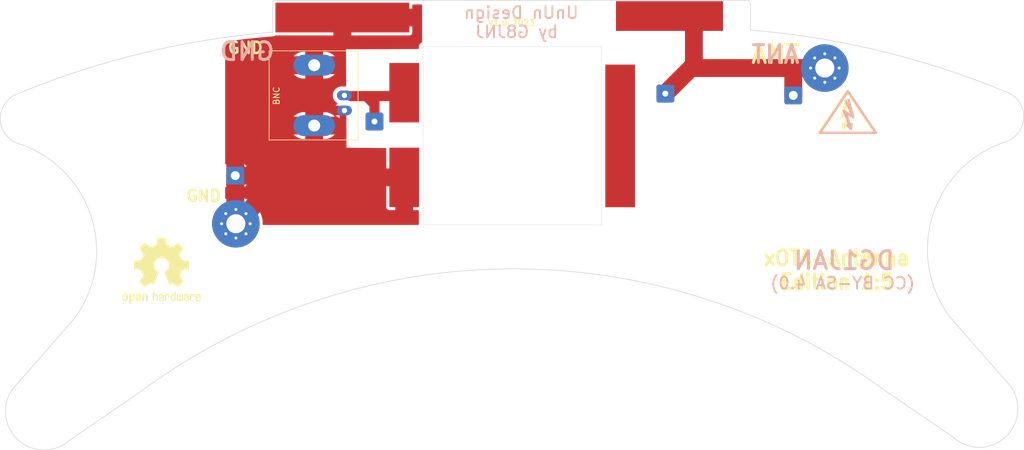
<source format=kicad_pcb>
(kicad_pcb (version 20211014) (generator pcbnew)
  (layers (0 "F.Cu" signal) (31 "B.Cu" signal) (34 "B.Paste" user) (35 "F.Paste" user) (36 "B.SilkS" user "B.Silkscreen") (37 "F.SilkS" user "F.Silkscreen") (38 "B.Mask" user) (39 "F.Mask" user) (44 "Edge.Cuts" user))
  (net 0 "")
  (net 1 "gnd")
  (footprint "MountingHole:MountingHole_4.5mm" (layer "F.Cu") (at 57.4 88.3)
    (fp_text reference "H5" hide)
    (fp_text value "MountingHole" hide)
    (pad "" np_thru_hole circle (at 0 0) (size 6 6) (drill 6) (layers F&B.Cu *.Mask))
  )
  (footprint "MountingHole:MountingHole_2.7mm" (layer "F.Cu") (at 185.9 109.3)
    (fp_text reference "REF**" hide)
    (fp_text value "MountingHole_2.7mm" hide)
    (pad "" np_thru_hole circle (at 0 0) (size 2.7 2.7) (drill 2.7) (layers *.Cu *.Mask))
  )
  (footprint "Symbol:Symbol_HighVoltage_Type2_CopperTop_VerySmall" (layer "F.Cu") (at 174.9 94.2)
    (fp_text reference "REF**" hide)
    (fp_text value "Symbol_HighVoltage_Type2_CopperTop_VerySmall" hide)
    (fp_line (start -0.89916 0.20066) (end 0.40132 -2.60096) (layer "F.SilkS") (width 0.381))
    (fp_line (start -0.89916 0.20066) (end 0.29972 -0.59944) (layer "F.SilkS") (width 0.381))
    (fp_line (start -4.699 2.794) (end 0 -4.191) (layer "F.SilkS") (width 0.381))
    (fp_line (start -0.49784 2.19964) (end 0.70104 -0.89916) (layer "F.SilkS") (width 0.381))
    (fp_line (start -0.49784 2.19964) (end -0.59944 1.30048) (layer "F.SilkS") (width 0.381))
    (fp_line (start 4.699 2.794) (end -4.699 2.794) (layer "F.SilkS") (width 0.381))
    (fp_line (start -0.09906 -2.79908) (end -0.89916 0.20066) (layer "F.SilkS") (width 0.381))
    (fp_line (start 0.70104 -0.89916) (end 0.1016 -0.50038) (layer "F.SilkS") (width 0.381))
    (fp_line (start 0.29972 -0.59944) (end -0.49784 2.19964) (layer "F.SilkS") (width 0.381))
    (fp_line (start 0 -4.191) (end 4.699 2.794) (layer "F.SilkS") (width 0.381))
    (fp_line (start -0.49784 2.19964) (end 0.1016 1.50114) (layer "F.SilkS") (width 0.381))
  )
  (footprint "MountingHole:MountingHole_2.7mm" (layer "F.Cu") (at 59.8 106.3)
    (fp_text reference "REF**" hide)
    (fp_text value "MountingHole_2.7mm" hide)
    (pad "" np_thru_hole circle (at 0 0) (size 2.7 2.7) (drill 2.7) (layers *.Cu *.Mask))
  )
  (footprint "MountingHole:MountingHole_4.5mm" (layer "F.Cu") (at 38.9 94.5)
    (fp_text reference "H5" hide)
    (fp_text value "MountingHole" hide)
    (pad "" np_thru_hole circle (at 0 0) (size 6 6) (drill 6) (layers F&B.Cu *.Mask))
  )
  (footprint "Connector_Wire:SolderWirePad_1x01_SMD_5x10mm" (layer "F.Cu") (at 136.802 97.523 180)
    (fp_text reference "REF**" hide)
    (fp_text value "SolderWirePad_1x01_SMD_5x10mm" hide)
    (pad "1" smd rect (at 0 0 180) (size 5 24) (layers "F.Cu" "F.Mask"))
  )
  (footprint "MountingHole:MountingHole_4.5mm" (layer "F.Cu") (at 180.3 88.1)
    (fp_text reference "H5" hide)
    (fp_text value "MountingHole" hide)
    (pad "" np_thru_hole circle (at 0 0) (size 6 6) (drill 6) (layers F&B.Cu *.Mask))
  )
  (footprint "Connector_Coaxial:BNC_Amphenol_B6252HB-NPP3G-50_Horizontal" (layer "F.Cu") (at 90.45 90.7 90)
    (fp_text reference "REF**" hide)
    (fp_text value "BNC_Amphenol_B6252HB-NPP3G-50_Horizontal" hide)
    (fp_line (start -7.5 2.3) (end -7.5 -12.7) (layer "F.SilkS") (width 0.12))
    (fp_line (start 7.5 -12.7) (end 7.5 2.3) (layer "F.SilkS") (width 0.12))
    (fp_line (start 7.5 2.3) (end -7.5 2.3) (layer "F.SilkS") (width 0.12))
    (pad "1" thru_hole oval (at 0 0 90) (size 1.6 2.5) (drill 0.89) (layers *.Cu *.Mask))
    (pad "2" thru_hole oval (at -2.54 0 90) (size 1.6 2.5) (drill 0.89) (layers *.Cu *.Mask) (net 1 "gnd"))
    (pad "2" thru_hole oval (at -5.08 -5.08 90) (size 3.5 7) (drill 2.01) (layers *.Cu *.Mask) (net 1 "gnd"))
    (pad "2" thru_hole oval (at 5.08 -5.08 90) (size 3.5 7) (drill 2.01) (layers *.Cu *.Mask) (net 1 "gnd"))
  )
  (footprint "MountingHole:MountingHole_4.5mm" (layer "F.Cu") (at 189.7 90.9)
    (fp_text reference "H5" hide)
    (fp_text value "MountingHole" hide)
    (pad "" np_thru_hole circle (at 0 0) (size 6 6) (drill 6) (layers F&B.Cu *.Mask))
  )
  (footprint "" (layer "F.Cu") (at 72.1 104.2)
    (fp_text reference "" (at 0 0) (layer "F.SilkS") (effects (font (size 1.27 1.27))))
    (fp_text value "" (at 0 0) (layer "F.SilkS") (effects (font (size 1.27 1.27))))
    (pad "1" thru_hole roundrect (at 0 0 90) (size 3 3) (drill 1.5) (layers *.Cu *.Mask) (roundrect_rratio 0.125) (net 1 "gnd"))
  )
  (footprint "MountingHole:MountingHole_4.5mm" (layer "F.Cu") (at 40.2 143.6)
    (fp_text reference "H5" hide)
    (fp_text value "MountingHole" hide)
    (pad "" np_thru_hole circle (at 0 0) (size 6 6) (drill 6) (layers F&B.Cu *.Mask))
  )
  (footprint "" (layer "F.Cu") (at 165.9 90.7)
    (fp_text reference "" (at 0 0) (layer "F.SilkS") (effects (font (size 1.27 1.27))))
    (fp_text value "" (at 0 0) (layer "F.SilkS") (effects (font (size 1.27 1.27))))
    (pad "1" thru_hole roundrect (at 0 0 90) (size 3 3) (drill 1.5) (layers *.Cu *.Mask) (roundrect_rratio 0.125))
  )
  (footprint "" (layer "F.Cu") (at 90.1 77.6)
    (fp_text reference "" (at 0 0) (layer "F.SilkS") (effects (font (size 1.27 1.27))))
    (fp_text value "" (at 0 0) (layer "F.SilkS") (effects (font (size 1.27 1.27))))
    (pad "1" smd rect (at 0 0 180) (size 22.5 5) (layers "F.Cu" "F.Mask") (net 1 "gnd"))
  )
  (footprint "MountingHole:MountingHole_4.5mm" (layer "F.Cu") (at 197 143.3)
    (fp_text reference "H5" hide)
    (fp_text value "MountingHole" hide)
    (pad "" np_thru_hole circle (at 0 0) (size 6 6) (drill 6) (layers F&B.Cu *.Mask))
  )
  (footprint "MountingHole:MountingHole_3.2mm_M3_Pad_Via" (layer "F.Cu") (at 72.2 112.3)
    (fp_text reference "REF**" hide)
    (fp_text value "MountingHole_3.2mm_M3_Pad_Via" hide)
    (pad "1" thru_hole circle (at 0 -2.4) (size 0.8 0.8) (drill 0.5) (layers *.Cu *.Mask))
    (pad "1" thru_hole circle (at -1.697056 -1.697056) (size 0.8 0.8) (drill 0.5) (layers *.Cu *.Mask))
    (pad "1" thru_hole circle (at -1.697056 1.697056) (size 0.8 0.8) (drill 0.5) (layers *.Cu *.Mask))
    (pad "1" thru_hole circle (at -2.4 0) (size 0.8 0.8) (drill 0.5) (layers *.Cu *.Mask))
    (pad "1" thru_hole circle (at 0 0) (size 8 8) (drill 3.2) (layers *.Cu *.Mask) (net 1 "gnd"))
    (pad "1" thru_hole circle (at 1.697056 1.697056) (size 0.8 0.8) (drill 0.5) (layers *.Cu *.Mask))
    (pad "1" thru_hole circle (at 0 2.4) (size 0.8 0.8) (drill 0.5) (layers *.Cu *.Mask))
    (pad "1" thru_hole circle (at 2.4 0) (size 0.8 0.8) (drill 0.5) (layers *.Cu *.Mask))
    (pad "1" thru_hole circle (at 1.697056 -1.697056) (size 0.8 0.8) (drill 0.5) (layers *.Cu *.Mask))
  )
  (footprint "MountingHole:MountingHole_2.7mm" (layer "F.Cu") (at 177 106.3)
    (fp_text reference "REF**" hide)
    (fp_text value "MountingHole_2.7mm" hide)
    (pad "" np_thru_hole circle (at 0 0) (size 2.7 2.7) (drill 2.7) (layers *.Cu *.Mask))
  )
  (footprint "MountingHole:MountingHole_2.7mm" (layer "F.Cu") (at 51 109.2)
    (fp_text reference "REF**" hide)
    (fp_text value "MountingHole_2.7mm" hide)
    (pad "" np_thru_hole circle (at 0 0) (size 2.7 2.7) (drill 2.7) (layers *.Cu *.Mask))
  )
  (footprint "MountingHole:MountingHole_4.5mm" (layer "F.Cu") (at 198.8 94.2)
    (fp_text reference "H5" hide)
    (fp_text value "MountingHole" hide)
    (pad "" np_thru_hole circle (at 0 0) (size 6 6) (drill 6) (layers F&B.Cu *.Mask))
  )
  (footprint "Connector_Wire:SolderWirePad_1x01_SMD_5x10mm" (layer "F.Cu") (at 100.5 104.5 180)
    (fp_text reference "REF**" hide)
    (fp_text value "SolderWirePad_1x01_SMD_5x10mm" hide)
    (pad "1" smd rect (at 0 0 180) (size 5 10) (layers "F.Cu" "F.Mask") (net 1 "gnd"))
  )
  (footprint "Symbol:OSHW-Logo2_14.6x12mm_SilkScreen" (layer "F.Cu") (at 59.7 120.2)
    (fp_text reference "REF**" hide)
    (fp_text value "OSHW-Logo2_14.6x12mm_SilkScreen" hide)
    (fp_poly (pts (xy -2.582571 3.877719) (xy -2.488877 3.931914) (xy -2.423736 3.985707) (xy -2.376093 4.042066) (xy -2.343272 4.110987) (xy -2.322594 4.202468) (xy -2.31138 4.326506) (xy -2.306951 4.493098) (xy -2.306437 4.612851) (xy -2.306437 5.053659) (xy -2.430517 5.109283) (xy -2.554598 5.164907) (xy -2.569195 4.682095) (xy -2.575227 4.501779) (xy -2.581555 4.370901) (xy -2.589394 4.280511) (xy -2.599963 4.221664) (xy -2.614477 4.185413) (xy -2.634152 4.16281) (xy -2.640465 4.157917) (xy -2.736112 4.119706) (xy -2.832793 4.134827) (xy -2.890345 4.174943) (xy -2.913755 4.20337) (xy -2.929961 4.240672) (xy -2.940259 4.297223) (xy -2.945951 4.383394) (xy -2.948336 4.509558) (xy -2.948736 4.641042) (xy -2.948814 4.805999) (xy -2.951639 4.922761) (xy -2.961093 5.00151) (xy -2.98106 5.052431) (xy -3.015424 5.085706) (xy -3.068068 5.11152) (xy -3.138383 5.138344) (xy -3.21518 5.167542) (xy -3.206038 4.649346) (xy -3.202357 4.462539) (xy -3.19805 4.32449) (xy -3.191877 4.225568) (xy -3.182598 4.156145) (xy -3.168973 4.10659) (xy -3.149761 4.067273) (xy -3.126598 4.032584) (xy -3.014848 3.92177) (xy -2.878487 3.857689) (xy -2.730175 3.842339) (xy -2.582571 3.877719)) (layer "F.SilkS") (width 0.01) (fill solid))
    (fp_poly (pts (xy -1.255402 3.723857) (xy -1.246846 3.843188) (xy -1.237019 3.913506) (xy -1.223401 3.944179) (xy -1.203473 3.944571) (xy -1.197011 3.94091) (xy -1.11106 3.914398) (xy -0.999255 3.915946) (xy -0.885586 3.943199) (xy -0.81449 3.978455) (xy -0.741595 4.034778) (xy -0.688307 4.098519) (xy -0.651725 4.17951) (xy -0.62895 4.287586) (xy -0.617081 4.43258) (xy -0.613218 4.624326) (xy -0.613149 4.661109) (xy -0.613103 5.074288) (xy -0.705046 5.106339) (xy -0.770348 5.128144) (xy -0.806176 5.138297) (xy -0.80723 5.138391) (xy -0.810758 5.11086) (xy -0.813761 5.034923) (xy -0.81601 4.920565) (xy -0.817276 4.777769) (xy -0.817471 4.690951) (xy -0.817877 4.519773) (xy -0.819968 4.397088) (xy -0.825053 4.313) (xy -0.83444 4.257614) (xy -0.849439 4.221032) (xy -0.871358 4.193359) (xy -0.885043 4.180032) (xy -0.979051 4.126328) (xy -1.081636 4.122307) (xy -1.17471 4.167725) (xy -1.191922 4.184123) (xy -1.217168 4.214957) (xy -1.23468 4.251531) (xy -1.245858 4.304415) (xy -1.252104 4.384177) (xy -1.254818 4.501385) (xy -1.255402 4.662991) (xy -1.255402 5.074288) (xy -1.347345 5.106339) (xy -1.412647 5.128144) (xy -1.448475 5.138297) (xy -1.449529 5.138391) (xy -1.452225 5.110448) (xy -1.454655 5.03163) (xy -1.456722 4.909453) (xy -1.458329 4.751432) (xy -1.459377 4.565083) (xy -1.459769 4.35792) (xy -1.45977 4.348706) (xy -1.45977 3.55902) (xy -1.364885 3.518997) (xy -1.27 3.478973) (xy -1.255402 3.723857)) (layer "F.SilkS") (width 0.01) (fill solid))
    (fp_poly (pts (xy 4.314406 3.935156) (xy 4.398469 3.973393) (xy 4.46445 4.019726) (xy 4.512794 4.071532) (xy 4.546172 4.138363) (xy 4.567253 4.229769) (xy 4.578707 4.355301) (xy 4.583203 4.524508) (xy 4.583678 4.635933) (xy 4.583678 5.070627) (xy 4.509316 5.104509) (xy 4.450746 5.129272) (xy 4.42173 5.138391) (xy 4.416179 5.111257) (xy 4.411775 5.038094) (xy 4.409078 4.931263) (xy 4.408506 4.846437) (xy 4.406046 4.723887) (xy 4.399412 4.626668) (xy 4.389726 4.567134) (xy 4.382032 4.554483) (xy 4.330311 4.567402) (xy 4.249117 4.600539) (xy 4.155102 4.645461) (xy 4.064917 4.693735) (xy 3.995215 4.736928) (xy 3.962648 4.766608) (xy 3.962519 4.766929) (xy 3.96532 4.821857) (xy 3.990439 4.874292) (xy 4.034541 4.916881) (xy 4.098909 4.931126) (xy 4.153921 4.929466) (xy 4.231835 4.928245) (xy 4.272732 4.946498) (xy 4.297295 4.994726) (xy 4.300392 5.00382) (xy 4.31104 5.072598) (xy 4.282565 5.11436) (xy 4.208344 5.134263) (xy 4.128168 5.137944) (xy 3.98389 5.110658) (xy 3.909203 5.07169) (xy 3.816963 4.980148) (xy 3.768043 4.867782) (xy 3.763654 4.749051) (xy 3.805001 4.638411) (xy 3.867197 4.56908) (xy 3.929294 4.530265) (xy 4.026895 4.481125) (xy 4.140632 4.431292) (xy 4.15959 4.423677) (xy 4.284521 4.368545) (xy 4.356539 4.319954) (xy 4.3797 4.271647) (xy 4.358064 4.21737) (xy 4.32092 4.174943) (xy 4.233127 4.122702) (xy 4.13653 4.118784) (xy 4.047944 4.159041) (xy 3.984186 4.239326) (xy 3.975817 4.26004) (xy 3.927096 4.336225) (xy 3.855965 4.392785) (xy 3.766207 4.439201) (xy 3.766207 4.307584) (xy 3.77149 4.227168) (xy 3.794142 4.163786) (xy 3.844367 4.096163) (xy 3.892582 4.044076) (xy 3.967554 3.970322) (xy 4.025806 3.930702) (xy 4.088372 3.91481) (xy 4.159193 3.912184) (xy 4.314406 3.935156)) (layer "F.SilkS") (width 0.01) (fill solid))
    (fp_poly (pts (xy 5.33569 3.940018) (xy 5.370585 3.955269) (xy 5.453877 4.021235) (xy 5.525103 4.116618) (xy 5.569153 4.218406) (xy 5.576322 4.268587) (xy 5.552285 4.338647) (xy 5.499561 4.375717) (xy 5.443031 4.398164) (xy 5.417146 4.4023) (xy 5.404542 4.372283) (xy 5.379654 4.306961) (xy 5.368735 4.277445) (xy 5.307508 4.175348) (xy 5.218861 4.124423) (xy 5.105193 4.125989) (xy 5.096774 4.127994) (xy 5.036088 4.156767) (xy 4.991474 4.212859) (xy 4.961002 4.303163) (xy 4.942744 4.434571) (xy 4.934771 4.613974) (xy 4.934023 4.709433) (xy 4.933652 4.859913) (xy 4.931223 4.962495) (xy 4.92476 5.027672) (xy 4.912288 5.065938) (xy 4.891833 5.087785) (xy 4.861419 5.103707) (xy 4.859661 5.104509) (xy 4.801091 5.129272) (xy 4.772075 5.138391) (xy 4.767616 5.110822) (xy 4.763799 5.03462) (xy 4.760899 4.919541) (xy 4.759191 4.775341) (xy 4.758851 4.669814) (xy 4.760588 4.465613) (xy 4.767382 4.310697) (xy 4.781607 4.196024) (xy 4.805638 4.112551) (xy 4.841848 4.051236) (xy 4.892612 4.003034) (xy 4.942739 3.969393) (xy 5.063275 3.924619) (xy 5.203557 3.914521) (xy 5.33569 3.940018)) (layer "F.SilkS") (width 0.01) (fill solid))
    (fp_poly (pts (xy 2.393914 4.154455) (xy 2.393543 4.372661) (xy 2.392108 4.540519) (xy 2.389002 4.66607) (xy 2.383622 4.757355) (xy 2.375362 4.822415) (xy 2.363616 4.869291) (xy 2.347781 4.906024) (xy 2.33579 4.926991) (xy 2.23649 5.040694) (xy 2.110588 5.111965) (xy 1.971291 5.137538) (xy 1.831805 5.11415) (xy 1.748743 5.072119) (xy 1.661545 4.999411) (xy 1.602117 4.910612) (xy 1.566261 4.79432) (xy 1.549781 4.639135) (xy 1.547447 4.525287) (xy 1.547761 4.517106) (xy 1.751724 4.517106) (xy 1.75297 4.647657) (xy 1.758678 4.73408) (xy 1.771804 4.790618) (xy 1.795306 4.831514) (xy 1.823386 4.862362) (xy 1.917688 4.921905) (xy 2.01894 4.926992) (xy 2.114636 4.877279) (xy 2.122084 4.870543) (xy 2.153874 4.835502) (xy 2.173808 4.793811) (xy 2.1846 4.731762) (xy 2.188965 4.635644) (xy 2.189655 4.529379) (xy 2.188159 4.39588) (xy 2.181964 4.306822) (xy 2.168514 4.248293) (xy 2.145251 4.206382) (xy 2.126175 4.184123) (xy 2.037563 4.127985) (xy 1.935508 4.121235) (xy 1.838095 4.164114) (xy 1.819296 4.180032) (xy 1.787293 4.215382) (xy 1.767318 4.257502) (xy 1.756593 4.320251) (xy 1.752339 4.417487) (xy 1.751724 4.517106) (xy 1.547761 4.517106) (xy 1.554504 4.341947) (xy 1.578472 4.204195) (xy 1.623548 4.100632) (xy 1.693928 4.019856) (xy 1.748743 3.978455) (xy 1.848376 3.933728) (xy 1.963855 3.912967) (xy 2.071199 3.918525) (xy 2.131264 3.940943) (xy 2.154835 3.947323) (xy 2.170477 3.923535) (xy 2.181395 3.859788) (xy 2.189655 3.762687) (xy 2.198699 3.654541) (xy 2.211261 3.589475) (xy 2.234119 3.552268) (xy 2.274051 3.527699) (xy 2.299138 3.516819) (xy 2.394023 3.477072) (xy 2.393914 4.154455)) (layer "F.SilkS") (width 0.01) (fill solid))
    (fp_poly (pts (xy 6.343439 3.95654) (xy 6.45895 4.032034) (xy 6.514664 4.099617) (xy 6.558804 4.222255) (xy 6.562309 4.319298) (xy 6.554368 4.449056) (xy 6.255115 4.580039) (xy 6.109611 4.646958) (xy 6.014537 4.70079) (xy 5.965101 4.747416) (xy 5.956511 4.79272) (xy 5.983972 4.842582) (xy 6.014253 4.875632) (xy 6.102363 4.928633) (xy 6.198196 4.932347) (xy 6.286212 4.891041) (xy 6.350869 4.808983) (xy 6.362433 4.780008) (xy 6.417825 4.689509) (xy 6.481553 4.65094) (xy 6.568966 4.617946) (xy 6.568966 4.743034) (xy 6.561238 4.828156) (xy 6.530966 4.899938) (xy 6.467518 4.982356) (xy 6.458088 4.993066) (xy 6.387513 5.066391) (xy 6.326847 5.105742) (xy 6.25095 5.123845) (xy 6.18803 5.129774) (xy 6.075487 5.131251) (xy 5.99537 5.112535) (xy 5.94539 5.084747) (xy 5.866838 5.023641) (xy 5.812463 4.957554) (xy 5.778052 4.874441) (xy 5.759388 4.762254) (xy 5.752256 4.608946) (xy 5.751687 4.531136) (xy 5.753622 4.437853) (xy 5.929899 4.437853) (xy 5.931944 4.487896) (xy 5.937039 4.496092) (xy 5.970666 4.484958) (xy 6.04303 4.455493) (xy 6.139747 4.413601) (xy 6.159973 4.404597) (xy 6.282203 4.342442) (xy 6.349547 4.287815) (xy 6.364348 4.236649) (xy 6.328947 4.184876) (xy 6.299711 4.162) (xy 6.194216 4.11625) (xy 6.095476 4.123808) (xy 6.012812 4.179651) (xy 5.955548 4.278753) (xy 5.937188 4.357414) (xy 5.929899 4.437853) (xy 5.753622 4.437853) (xy 5.755459 4.349351) (xy 5.769359 4.214853) (xy 5.796894 4.116916) (xy 5.841572 4.044811) (xy 5.906901 3.987813) (xy 5.935383 3.969393) (xy 6.064763 3.921422) (xy 6.206412 3.918403) (xy 6.343439 3.95654)) (layer "F.SilkS") (width 0.01) (fill solid))
    (fp_poly (pts (xy 3.580124 3.93984) (xy 3.584579 4.016653) (xy 3.588071 4.133391) (xy 3.590315 4.280821) (xy 3.591035 4.435455) (xy 3.591035 4.958727) (xy 3.498645 5.051117) (xy 3.434978 5.108047) (xy 3.379089 5.131107) (xy 3.302702 5.129647) (xy 3.27238 5.125934) (xy 3.17761 5.115126) (xy 3.099222 5.108933) (xy 3.080115 5.108361) (xy 3.015699 5.112102) (xy 2.923571 5.121494) (xy 2.88785 5.125934) (xy 2.800114 5.132801) (xy 2.741153 5.117885) (xy 2.68269 5.071835) (xy 2.661585 5.051117) (xy 2.569195 4.958727) (xy 2.569195 3.979947) (xy 2.643558 3.946066) (xy 2.70759 3.92097) (xy 2.745052 3.912184) (xy 2.754657 3.93995) (xy 2.763635 4.01753) (xy 2.771386 4.136348) (xy 2.777314 4.287828) (xy 2.780173 4.415805) (xy 2.788161 4.919425) (xy 2.857848 4.929278) (xy 2.921229 4.922389) (xy 2.952286 4.900083) (xy 2.960967 4.858379) (xy 2.968378 4.769544) (xy 2.973931 4.644834) (xy 2.977036 4.495507) (xy 2.977484 4.418661) (xy 2.977931 3.976287) (xy 3.069874 3.944235) (xy 3.134949 3.922443) (xy 3.170347 3.912281) (xy 3.171368 3.912184) (xy 3.17492 3.939809) (xy 3.178823 4.016411) (xy 3.182751 4.132579) (xy 3.186376 4.278904) (xy 3.188908 4.415805) (xy 3.196897 4.919425) (xy 3.372069 4.919425) (xy 3.380107 4.459965) (xy 3.388146 4.000505) (xy 3.473543 3.956344) (xy 3.536593 3.926019) (xy 3.57391 3.912258) (xy 3.574987 3.912184) (xy 3.580124 3.93984)) (layer "F.SilkS") (width 0.01) (fill solid))
    (fp_poly (pts (xy -3.684448 3.884676) (xy -3.569342 3.962111) (xy -3.480389 4.073949) (xy -3.427251 4.216265) (xy -3.416503 4.321015) (xy -3.417724 4.364726) (xy -3.427944 4.398194) (xy -3.456039 4.428179) (xy -3.510884 4.46144) (xy -3.601355 4.504738) (xy -3.736328 4.564833) (xy -3.737011 4.565134) (xy -3.861249 4.622037) (xy -3.963127 4.672565) (xy -4.032233 4.71128) (xy -4.058154 4.73274) (xy -4.058161 4.732913) (xy -4.035315 4.779644) (xy -3.981891 4.831154) (xy -3.920558 4.868261) (xy -3.889485 4.875632) (xy -3.804711 4.850138) (xy -3.731707 4.786291) (xy -3.696087 4.716094) (xy -3.66182 4.664343) (xy -3.594697 4.605409) (xy -3.515792 4.554496) (xy -3.446179 4.526809) (xy -3.431623 4.525287) (xy -3.415237 4.550321) (xy -3.41425 4.614311) (xy -3.426292 4.700593) (xy -3.448993 4.792501) (xy -3.479986 4.873369) (xy -3.481552 4.876509) (xy -3.574819 5.006734) (xy -3.695696 5.095311) (xy -3.832973 5.138786) (xy -3.97544 5.133706) (xy -4.111888 5.076616) (xy -4.117955 5.072602) (xy -4.22529 4.975326) (xy -4.295868 4.848409) (xy -4.334926 4.681526) (xy -4.340168 4.634639) (xy -4.349452 4.413329) (xy -4.338322 4.310124) (xy -4.058161 4.310124) (xy -4.054521 4.374503) (xy -4.034611 4.393291) (xy -3.984974 4.379235) (xy -3.906733 4.346009) (xy -3.819274 4.304359) (xy -3.817101 4.303256) (xy -3.74297 4.264265) (xy -3.713219 4.238244) (xy -3.720555 4.210965) (xy -3.751447 4.175121) (xy -3.83004 4.123251) (xy -3.914677 4.119439) (xy -3.990597 4.157189) (xy -4.043035 4.230001) (xy -4.058161 4.310124) (xy -4.338322 4.310124) (xy -4.330356 4.236261) (xy -4.281366 4.095829) (xy -4.213164 3.997447) (xy -4.090065 3.89803) (xy -3.954472 3.848711) (xy -3.816045 3.845568) (xy -3.684448 3.884676)) (layer "F.SilkS") (width 0.01) (fill solid))
    (fp_poly (pts (xy 1.065943 3.92192) (xy 1.198565 3.970859) (xy 1.30601 4.057419) (xy 1.348032 4.118352) (xy 1.393843 4.230161) (xy 1.392891 4.311006) (xy 1.344808 4.365378) (xy 1.327017 4.374624) (xy 1.250204 4.40345) (xy 1.210976 4.396065) (xy 1.197689 4.347658) (xy 1.197012 4.32092) (xy 1.172686 4.222548) (xy 1.109281 4.153734) (xy 1.021154 4.120498) (xy 0.922663 4.128861) (xy 0.842602 4.172296) (xy 0.815561 4.197072) (xy 0.796394 4.227129) (xy 0.783446 4.272565) (xy 0.775064 4.343476) (xy 0.769593 4.44996) (xy 0.765378 4.602112) (xy 0.764287 4.650287) (xy 0.760307 4.815095) (xy 0.755781 4.931088) (xy 0.748995 5.007833) (xy 0.738231 5.054893) (xy 0.721773 5.081835) (xy 0.697906 5.098223) (xy 0.682626 5.105463) (xy 0.617733 5.13022) (xy 0.579534 5.138391) (xy 0.566912 5.111103) (xy 0.559208 5.028603) (xy 0.55638 4.889941) (xy 0.558386 4.694162) (xy 0.559011 4.663965) (xy 0.563421 4.485349) (xy 0.568635 4.354923) (xy 0.576055 4.262492) (xy 0.587082 4.197858) (xy 0.603117 4.150825) (xy 0.625561 4.111196) (xy 0.637302 4.094215) (xy 0.704619 4.01908) (xy 0.77991 3.960638) (xy 0.789128 3.955536) (xy 0.924133 3.91526) (xy 1.065943 3.92192)) (layer "F.SilkS") (width 0.01) (fill solid))
    (fp_poly (pts (xy 0.209014 -5.547002) (xy 0.367006 -5.546137) (xy 0.481347 -5.543795) (xy 0.559407 -5.539238) (xy 0.608554 -5.53173) (xy 0.636159 -5.520534) (xy 0.649592 -5.504912) (xy 0.656221 -5.484127) (xy 0.656865 -5.481437) (xy 0.666935 -5.432887) (xy 0.685575 -5.337095) (xy 0.710845 -5.204257) (xy 0.740807 -5.044569) (xy 0.773522 -4.868226) (xy 0.774664 -4.862033) (xy 0.807433 -4.689218) (xy 0.838093 -4.536531) (xy 0.864664 -4.413129) (xy 0.885167 -4.328169) (xy 0.897626 -4.29081) (xy 0.89822 -4.290148) (xy 0.934919 -4.271905) (xy 1.010586 -4.241503) (xy 1.108878 -4.205507) (xy 1.109425 -4.205315) (xy 1.233233 -4.158778) (xy 1.379196 -4.099496) (xy 1.516781 -4.039891) (xy 1.523293 -4.036944) (xy 1.74739 -3.935235) (xy 2.243619 -4.274103) (xy 2.395846 -4.377408) (xy 2.533741 -4.469763) (xy 2.649315 -4.545916) (xy 2.734579 -4.600615) (xy 2.781544 -4.628607) (xy 2.786004 -4.630683) (xy 2.820134 -4.62144) (xy 2.883881 -4.576844) (xy 2.979731 -4.494791) (xy 3.110169 -4.373179) (xy 3.243328 -4.243795) (xy 3.371694 -4.116298) (xy 3.486581 -3.999954) (xy 3.581073 -3.901948) (xy 3.648253 -3.829464) (xy 3.681206 -3.789687) (xy 3.682432 -3.787639) (xy 3.686074 -3.760344) (xy 3.67235 -3.715766) (xy 3.637869 -3.647888) (xy 3.579239 -3.550689) (xy 3.49307 -3.418149) (xy 3.3782 -3.247524) (xy 3.276254 -3.097345) (xy 3.185123 -2.96265) (xy 3.110073 -2.85126) (xy 3.056369 -2.770995) (xy 3.02928 -2.729675) (xy 3.027574 -2.72687) (xy 3.030882 -2.687279) (xy 3.055953 -2.610331) (xy 3.097798 -2.510568) (xy 3.112712 -2.478709) (xy 3.177786 -2.336774) (xy 3.247212 -2.175727) (xy 3.303609 -2.036379) (xy 3.344247 -1.932956) (xy 3.376526 -1.854358) (xy 3.395178 -1.81328) (xy 3.397497 -1.810115) (xy 3.431803 -1.804872) (xy 3.512669 -1.790506) (xy 3.629343 -1.769063) (xy 3.771075 -1.742587) (xy 3.92711 -1.713123) (xy 4.086698 -1.682717) (xy 4.239085 -1.653412) (xy 4.373521 -1.627255) (xy 4.479252 -1.60629) (xy 4.545526 -1.592561) (xy 4.561782 -1.58868) (xy 4.578573 -1.5791) (xy 4.591249 -1.557464) (xy 4.600378 -1.516469) (xy 4.606531 -1.448811) (xy 4.61028 -1.347188) (xy 4.612192 -1.204297) (xy 4.61284 -1.012835) (xy 4.612874 -0.934355) (xy 4.612874 -0.296094) (xy 4.459598 -0.26584) (xy 4.374322 -0.249436) (xy 4.24707 -0.225491) (xy 4.093315 -0.196893) (xy 3.928534 -0.166533) (xy 3.882989 -0.158194) (xy 3.730932 -0.12863) (xy 3.598468 -0.099558) (xy 3.496714 -0.073671) (xy 3.436788 -0.053663) (xy 3.426805 -0.047699) (xy 3.402293 -0.005466) (xy 3.367148 0.07637) (xy 3.328173 0.181683) (xy 3.320442 0.204368) (xy 3.26936 0.345018) (xy 3.205954 0.503714) (xy 3.143904 0.646225) (xy 3.143598 0.646886) (xy 3.040267 0.87044) (xy 3.719961 1.870232) (xy 3.283621 2.3073) (xy 3.151649 2.437381) (xy 3.031279 2.552048) (xy 2.929273 2.645181) (xy 2.852391 2.710658) (xy 2.807393 2.742357) (xy 2.800938 2.744368) (xy 2.76304 2.728529) (xy 2.685708 2.684496) (xy 2.577389 2.61749) (xy 2.446532 2.532734) (xy 2.305052 2.437816) (xy 2.161461 2.340998) (xy 2.033435 2.256751) (xy 1.929105 2.190258) (xy 1.8566 2.146702) (xy 1.824158 2.131264) (xy 1.784576 2.144328) (xy 1.709519 2.17875) (xy 1.614468 2.22738) (xy 1.604392 2.232785) (xy 1.476391 2.29698) (xy 1.388618 2.328463) (xy 1.334028 2.328798) (xy 1.305575 2.299548) (xy 1.30541 2.299138) (xy 1.291188 2.264498) (xy 1.257269 2.182269) (xy 1.206284 2.058814) (xy 1.140862 1.900498) (xy 1.063634 1.713686) (xy 0.977229 1.504742) (xy 0.893551 1.302446) (xy 0.801588 1.0792) (xy 0.71715 0.872392) (xy 0.642769 0.688362) (xy 0.580974 0.533451) (xy 0.534297 0.413996) (xy 0.505268 0.336339) (xy 0.496322 0.307356) (xy 0.518756 0.27411) (xy 0.577439 0.221123) (xy 0.655689 0.162704) (xy 0.878534 -0.022048) (xy 1.052718 -0.233818) (xy 1.176154 -0.468144) (xy 1.246754 -0.720566) (xy 1.262431 -0.986623) (xy 1.251036 -1.109425) (xy 1.18895 -1.364207) (xy 1.082023 -1.589199) (xy 0.936889 -1.782183) (xy 0.760178 -1.940939) (xy 0.558522 -2.06325) (xy 0.338554 -2.146895) (xy 0.106906 -2.189656) (xy -0.129791 -2.189313) (xy -0.364905 -2.143648) (xy -0.591804 -2.050441) (xy -0.803856 -1.907473) (xy -0.892364 -1.826617) (xy -1.062111 -1.618993) (xy -1.180301 -1.392105) (xy -1.247722 -1.152567) (xy -1.26516 -0.906993) (xy -1.233402 -0.661997) (xy -1.153235 -0.424192) (xy -1.025445 -0.200193) (xy -0.85082 0.003387) (xy -0.655688 0.162704) (xy -0.574409 0.223602) (xy -0.516991 0.276015) (xy -0.496322 0.307406) (xy -0.507144 0.341639) (xy -0.537923 0.423419) (xy -0.586126 0.546407) (xy -0.649222 0.704263) (xy -0.724678 0.890649) (xy -0.809962 1.099226) (xy -0.893781 1.302496) (xy -0.986255 1.525933) (xy -1.071911 1.732984) (xy -1.148118 1.917286) (xy -1.212247 2.072475) (xy -1.261668 2.192188) (xy -1.293752 2.270061) (xy -1.305641 2.299138) (xy -1.333726 2.328677) (xy -1.388051 2.328591) (xy -1.475605 2.297326) (xy -1.603381 2.233329) (xy -1.604392 2.232785) (xy -1.700598 2.183121) (xy -1.778369 2.146945) (xy -1.822223 2.131408) (xy -1.824158 2.131264) (xy -1.857171 2.147024) (xy -1.930054 2.19085) (xy -2.034678 2.257557) (xy -2.16291 2.341964) (xy -2.305052 2.437816) (xy -2.449767 2.534867) (xy -2.580196 2.61927) (xy -2.68789 2.685801) (xy -2.764402 2.729238) (xy -2.800938 2.744368) (xy -2.834582 2.724482) (xy -2.902224 2.668903) (xy -2.997107 2.583754) (xy -3.11247 2.475153) (xy -3.241555 2.349221) (xy -3.283771 2.307149) (xy -3.720261 1.869931) (xy -3.388023 1.38234) (xy -3.287054 1.232605) (xy -3.198438 1.09822) (xy -3.127146 0.986969) (xy -3.07815 0.906639) (xy -3.056422 0.865014) (xy -3.055785 0.862053) (xy -3.06724 0.822818) (xy -3.098051 0.743895) (xy -3.142884 0.638509) (xy -3.174353 0.567954) (xy -3.233192 0.432876) (xy -3.288604 0.296409) (xy -3.331564 0.181103) (xy -3.343234 0.145977) (xy -3.376389 0.052174) (xy -3.408799 -0.020306) (xy -3.426601 -0.047699) (xy -3.465886 -0.064464) (xy -3.551626 -0.08823) (xy -3.672697 -0.116303) (xy -3.817973 -0.145991) (xy -3.882988 -0.158194) (xy -4.048087 -0.188532) (xy -4.206448 -0.217907) (xy -4.342596 -0.243431) (xy -4.441057 -0.262215) (xy -4.459598 -0.26584) (xy -4.612873 -0.296094) (xy -4.612873 -0.934355) (xy -4.612529 -1.14423) (xy -4.611116 -1.30302) (xy -4.608064 -1.418027) (xy -4.602803 -1.496554) (xy -4.594763 -1.545904) (xy -4.583373 -1.573381) (xy -4.568063 -1.586287) (xy -4.561782 -1.58868) (xy -4.523896 -1.597167) (xy -4.440195 -1.6141) (xy -4.321433 -1.637434) (xy -4.178361 -1.665125) (xy -4.021732 -1.695127) (xy -3.862297 -1.725396) (xy -3.710809 -1.753885) (xy -3.578019 -1.778551) (xy -3.474681 -1.797349) (xy -3.411545 -1.808233) (xy -3.397497 -1.810115) (xy -3.38477 -1.835296) (xy -3.3566 -1.902378) (xy -3.318252 -1.998667) (xy -3.303609 -2.036379) (xy -3.244548 -2.182079) (xy -3.175 -2.343049) (xy -3.112712 -2.478709) (xy -3.066879 -2.582439) (xy -3.036387 -2.667674) (xy -3.026208 -2.719874) (xy -3.027831 -2.72687) (xy -3.049343 -2.759898) (xy -3.098465 -2.833357) (xy -3.169923 -2.939423) (xy -3.258445 -3.070274) (xy -3.358759 -3.218088) (xy -3.378594 -3.247266) (xy -3.494988 -3.420137) (xy -3.580548 -3.551774) (xy -3.638684 -3.648239) (xy -3.672808 -3.715592) (xy -3.686331 -3.759894) (xy -3.682664 -3.787206) (xy -3.68257 -3.78738) (xy -3.653707 -3.823254) (xy -3.589867 -3.892609) (xy -3.497969 -3.988255) (xy -3.384933 -4.103001) (xy -3.257679 -4.229659) (xy -3.243328 -4.243795) (xy -3.082957 -4.399097) (xy -2.959195 -4.51313) (xy -2.869555 -4.587998) (xy -2.811552 -4.625804) (xy -2.786004 -4.630683) (xy -2.748718 -4.609397) (xy -2.671343 -4.560227) (xy -2.561867 -4.488425) (xy -2.42828 -4.399245) (xy -2.27857 -4.297937) (xy -2.243618 -4.274103) (xy -1.74739 -3.935235) (xy -1.523293 -4.036944) (xy -1.387011 -4.096217) (xy -1.240724 -4.15583) (xy -1.114965 -4.20336) (xy -1.109425 -4.205315) (xy -1.011057 -4.241323) (xy -0.935229 -4.271771) (xy -0.898282 -4.290095) (xy -0.89822 -4.290148) (xy -0.886496 -4.323271) (xy -0.866568 -4.404733) (xy -0.840413 -4.525375) (xy -0.81001 -4.676041) (xy -0.777337 -4.847572) (xy -0.774664 -4.862033) (xy -0.74189 -5.038765) (xy -0.711802 -5.19919) (xy -0.686339 -5.333112) (xy -0.667441 -5.430337) (xy -0.657047 -5.480668) (xy -0.656865 -5.481437) (xy -0.650539 -5.502847) (xy -0.638239 -5.519012) (xy -0.612594 -5.530669) (xy -0.566235 -5.538555) (xy -0.491792 -5.543407) (xy -0.381895 -5.545961) (xy -0.229175 -5.546955) (xy -0.026262 -5.547126) (xy 0 -5.547126) (xy 0.209014 -5.547002)) (layer "F.SilkS") (width 0.01) (fill solid))
    (fp_poly (pts (xy -4.8281 3.861903) (xy -4.71655 3.917522) (xy -4.618092 4.019931) (xy -4.590977 4.057864) (xy -4.561438 4.1075) (xy -4.542272 4.161412) (xy -4.531307 4.233364) (xy -4.526371 4.337122) (xy -4.525287 4.474101) (xy -4.530182 4.661815) (xy -4.547196 4.802758) (xy -4.579823 4.907908) (xy -4.631558 4.988243) (xy -4.705896 5.054741) (xy -4.711358 5.058678) (xy -4.78462 5.098953) (xy -4.87284 5.11888) (xy -4.985038 5.123793) (xy -5.167433 5.123793) (xy -5.167509 5.300857) (xy -5.169207 5.39947) (xy -5.17955 5.457314) (xy -5.206578 5.492006) (xy -5.258332 5.521164) (xy -5.270761 5.527121) (xy -5.328923 5.555039) (xy -5.373956 5.572672) (xy -5.407441 5.574194) (xy -5.430962 5.553781) (xy -5.4461 5.505607) (xy -5.454437 5.423846) (xy -5.457556 5.302672) (xy -5.45704 5.13626) (xy -5.454471 4.918785) (xy -5.453668 4.853736) (xy -5.450778 4.629502) (xy -5.448188 4.482821) (xy -5.167586 4.482821) (xy -5.166009 4.607326) (xy -5.159 4.688787) (xy -5.143142 4.742515) (xy -5.115019 4.783823) (xy -5.095925 4.803971) (xy -5.017865 4.862921) (xy -4.948753 4.86772) (xy -4.87744 4.819038) (xy -4.875632 4.817241) (xy -4.846617 4.779618) (xy -4.828967 4.728484) (xy -4.820064 4.649738) (xy -4.817291 4.529276) (xy -4.817241 4.502588) (xy -4.823942 4.336583) (xy -4.845752 4.221505) (xy -4.885235 4.151254) (xy -4.944956 4.119729) (xy -4.979472 4.116552) (xy -5.061389 4.13146) (xy -5.117579 4.180548) (xy -5.151402 4.270362) (xy -5.16622 4.407445) (xy -5.167586 4.482821) (xy -5.448188 4.482821) (xy -5.447713 4.455952) (xy -5.443753 4.325382) (xy -5.438174 4.230087) (xy -5.430254 4.162364) (xy -5.419269 4.114507) (xy -5.404499 4.078813) (xy -5.385218 4.047578) (xy -5.376951 4.035824) (xy -5.267288 3.924797) (xy -5.128635 3.861847) (xy -4.968246 3.844297) (xy -4.8281 3.861903)) (layer "F.SilkS") (width 0.01) (fill solid))
    (fp_poly (pts (xy 0.079944 3.92436) (xy 0.194343 3.966842) (xy 0.195652 3.967658) (xy 0.266403 4.01973) (xy 0.318636 4.080584) (xy 0.355371 4.159887) (xy 0.379634 4.267309) (xy 0.394445 4.412517) (xy 0.402829 4.605179) (xy 0.403564 4.632628) (xy 0.41412 5.046521) (xy 0.325291 5.092456) (xy 0.261018 5.123498) (xy 0.22221 5.138206) (xy 0.220415 5.138391) (xy 0.2137 5.11125) (xy 0.208365 5.038041) (xy 0.205083 4.931081) (xy 0.204368 4.844469) (xy 0.204351 4.704162) (xy 0.197937 4.616051) (xy 0.17558 4.574025) (xy 0.127732 4.571975) (xy 0.044849 4.60379) (xy -0.080287 4.662272) (xy -0.172303 4.710845) (xy -0.219629 4.752986) (xy -0.233542 4.798916) (xy -0.233563 4.801189) (xy -0.210605 4.880311) (xy -0.14263 4.923055) (xy -0.038602 4.929246) (xy 0.03633 4.928172) (xy 0.075839 4.949753) (xy 0.100478 5.001591) (xy 0.114659 5.067632) (xy 0.094223 5.105104) (xy 0.086528 5.110467) (xy 0.014083 5.132006) (xy -0.087367 5.135055) (xy -0.191843 5.120778) (xy -0.265875 5.094688) (xy -0.368228 5.007785) (xy -0.426409 4.886816) (xy -0.437931 4.792308) (xy -0.429138 4.707062) (xy -0.39732 4.637476) (xy -0.334316 4.575672) (xy -0.231969 4.513772) (xy -0.082118 4.443897) (xy -0.072988 4.439948) (xy 0.061997 4.377588) (xy 0.145294 4.326446) (xy 0.180997 4.280488) (xy 0.173203 4.233683) (xy 0.126007 4.179998) (xy 0.111894 4.167644) (xy 0.017359 4.119741) (xy -0.080594 4.121758) (xy -0.165903 4.168724) (xy -0.222504 4.255669) (xy -0.227763 4.272734) (xy -0.278977 4.355504) (xy -0.343963 4.395372) (xy -0.437931 4.434882) (xy -0.437931 4.332658) (xy -0.409347 4.184072) (xy -0.324505 4.047784) (xy -0.280355 4.002191) (xy -0.179995 3.943674) (xy -0.052365 3.917184) (xy 0.079944 3.92436)) (layer "F.SilkS") (width 0.01) (fill solid))
    (fp_poly (pts (xy -5.951779 3.866015) (xy -5.814939 3.937968) (xy -5.713949 4.053766) (xy -5.678075 4.128213) (xy -5.650161 4.239992) (xy -5.635871 4.381227) (xy -5.634516 4.535371) (xy -5.645405 4.685879) (xy -5.667847 4.816205) (xy -5.70115 4.909803) (xy -5.711385 4.925922) (xy -5.832618 5.046249) (xy -5.976613 5.118317) (xy -6.132861 5.139408) (xy -6.290852 5.106802) (xy -6.33482 5.087253) (xy -6.420444 5.027012) (xy -6.495592 4.947135) (xy -6.502694 4.937004) (xy -6.531561 4.888181) (xy -6.550643 4.83599) (xy -6.561916 4.767285) (xy -6.567355 4.668918) (xy -6.568938 4.527744) (xy -6.568965 4.496092) (xy -6.568893 4.486019) (xy -6.277011 4.486019) (xy -6.275313 4.619256) (xy -6.268628 4.707674) (xy -6.254575 4.764785) (xy -6.230771 4.804102) (xy -6.218621 4.817241) (xy -6.148764 4.867172) (xy -6.080941 4.864895) (xy -6.012365 4.821584) (xy -5.971465 4.775346) (xy -5.947242 4.707857) (xy -5.933639 4.601433) (xy -5.932706 4.58902) (xy -5.930384 4.396147) (xy -5.95465 4.2529) (xy -6.005176 4.16016) (xy -6.081632 4.118807) (xy -6.108924 4.116552) (xy -6.180589 4.127893) (xy -6.22961 4.167184) (xy -6.259582 4.242326) (xy -6.274101 4.361222) (xy -6.277011 4.486019) (xy -6.568893 4.486019) (xy -6.567878 4.345659) (xy -6.563312 4.240549) (xy -6.553312 4.167714) (xy -6.535921 4.114108) (xy -6.509184 4.066681) (xy -6.503276 4.057864) (xy -6.403968 3.939007) (xy -6.295758 3.870008) (xy -6.164019 3.842619) (xy -6.119283 3.841281) (xy -5.951779 3.866015)) (layer "F.SilkS") (width 0.01) (fill solid))
  )
  (footprint "MountingHole:MountingHole_4.5mm" (layer "F.Cu") (at 66.7 86.3)
    (fp_text reference "H5" hide)
    (fp_text value "MountingHole" hide)
    (pad "" np_thru_hole circle (at 0 0) (size 6 6) (drill 6) (layers F&B.Cu *.Mask))
  )
  (footprint "" (layer "F.Cu") (at 100.5 90.25 90)
    (fp_text reference "" (at 0 0 90) (layer "F.SilkS") (effects (font (size 1.27 1.27))))
    (fp_text value "" (at 0 0 90) (layer "F.SilkS") (effects (font (size 1.27 1.27))))
    (pad "1" smd rect (at 0 0 180) (size 5 10) (layers "F.Cu" "F.Mask"))
  )
  (footprint "MountingHole:MountingHole_4.5mm" (layer "F.Cu") (at 189.5 136.9)
    (fp_text reference "H5" hide)
    (fp_text value "MountingHole" hide)
    (pad "" np_thru_hole circle (at 0 0) (size 6 6) (drill 6) (layers F&B.Cu *.Mask))
  )
  (footprint "MountingHole:MountingHole_3.2mm_M3_Pad_Via" (layer "F.Cu") (at 171.2 86.1)
    (fp_text reference "REF**" hide)
    (fp_text value "MountingHole_3.2mm_M3_Pad_Via" hide)
    (pad "1" thru_hole circle (at 0 -2.4) (size 0.8 0.8) (drill 0.5) (layers *.Cu *.Mask))
    (pad "1" thru_hole circle (at -1.697056 -1.697056) (size 0.8 0.8) (drill 0.5) (layers *.Cu *.Mask))
    (pad "1" thru_hole circle (at -1.697056 1.697056) (size 0.8 0.8) (drill 0.5) (layers *.Cu *.Mask))
    (pad "1" thru_hole circle (at -2.4 0) (size 0.8 0.8) (drill 0.5) (layers *.Cu *.Mask))
    (pad "1" thru_hole circle (at 0 0) (size 8 8) (drill 3.2) (layers *.Cu *.Mask))
    (pad "1" thru_hole circle (at 1.697056 1.697056) (size 0.8 0.8) (drill 0.5) (layers *.Cu *.Mask))
    (pad "1" thru_hole circle (at 0 2.4) (size 0.8 0.8) (drill 0.5) (layers *.Cu *.Mask))
    (pad "1" thru_hole circle (at 2.4 0) (size 0.8 0.8) (drill 0.5) (layers *.Cu *.Mask))
    (pad "1" thru_hole circle (at 1.697056 -1.697056) (size 0.8 0.8) (drill 0.5) (layers *.Cu *.Mask))
  )
  (footprint "MountingHole:MountingHole_4.5mm" (layer "F.Cu") (at 48.1 91)
    (fp_text reference "H5" hide)
    (fp_text value "MountingHole" hide)
    (pad "" np_thru_hole circle (at 0 0) (size 6 6) (drill 6) (layers F&B.Cu *.Mask))
  )
  (footprint "MountingHole:MountingHole_4.5mm" (layer "F.Cu") (at 47.6 137.3)
    (fp_text reference "H5" hide)
    (fp_text value "MountingHole" hide)
    (pad "" np_thru_hole circle (at 0 0) (size 6 6) (drill 6) (layers F&B.Cu *.Mask))
  )
  (footprint "UniBalunLibrary:4mmJack" (layer "B.Cu") (at 145.354 77.6)
    (fp_text reference "J6" hide)
    (fp_text value "A_SMD_PAD" hide)
    (pad "1" smd rect (at -0.254 -0.254) (size 18 5) (layers "F.Cu" "F.Mask"))
  )
  (footprint "" (layer "B.Cu") (at 141.5 97.3 90)
    (fp_text reference "" (at 0 0 90) (layer "B.SilkS") (effects (font (size 1.27 1.27)) (justify mirror)))
    (fp_text value "" (at 0 0 90) (layer "B.SilkS") (effects (font (size 1.27 1.27)) (justify mirror)))
    (pad "" np_thru_hole circle (at 0 0 90) (size 3.2 3.2) (drill 3.2) (layers *.Cu *.Mask))
  )
  (footprint "Connector_Wire:SolderWire-0.25sqmm_1x01_D0.65mm_OD2mm" (layer "B.Cu") (at 144.4 90.4 90)
    (fp_text reference "REF**" hide)
    (fp_text value "SolderWire-0.25sqmm_1x01_D0.65mm_OD2mm" hide)
    (pad "1" thru_hole roundrect (at 0 0 90) (size 3 3) (drill 1) (layers *.Cu *.Mask) (roundrect_rratio 0.125))
  )
  (footprint "" (layer "B.Cu") (at 95.5 95.1 90)
    (fp_text reference "" (at 0 0 90) (layer "B.SilkS") (effects (font (size 1.27 1.27)) (justify mirror)))
    (fp_text value "" (at 0 0 90) (layer "B.SilkS") (effects (font (size 1.27 1.27)) (justify mirror)))
    (pad "1" thru_hole roundrect (at 0 0 90) (size 3 3) (drill 1) (layers *.Cu *.Mask) (roundrect_rratio 0.125))
  )
  (footprint "" (layer "B.Cu") (at 100.5 97.3 90)
    (fp_text reference "" (at 0 0 90) (layer "B.SilkS") (effects (font (size 1.27 1.27)) (justify mirror)))
    (fp_text value "" (at 0 0 90) (layer "B.SilkS") (effects (font (size 1.27 1.27)) (justify mirror)))
    (pad "" np_thru_hole circle (at 0 0 90) (size 3.2 3.2) (drill 3.2) (layers *.Cu *.Mask))
  )
  (footprint "Symbol:Symbol_HighVoltage_Type2_CopperTop_VerySmall" (layer "B.Cu") (at 175.1 94.2 180)
    (fp_text reference "REF**" hide)
    (fp_text value "Symbol_HighVoltage_Type2_CopperTop_VerySmall" hide)
    (fp_line (start -0.89916 -0.20066) (end 0.40132 2.60096) (layer "B.SilkS") (width 0.381))
    (fp_line (start -0.89916 -0.20066) (end 0.29972 0.59944) (layer "B.SilkS") (width 0.381))
    (fp_line (start -4.699 -2.794) (end 0 4.191) (layer "B.SilkS") (width 0.381))
    (fp_line (start -0.49784 -2.19964) (end 0.70104 0.89916) (layer "B.SilkS") (width 0.381))
    (fp_line (start -0.49784 -2.19964) (end -0.59944 -1.30048) (layer "B.SilkS") (width 0.381))
    (fp_line (start 4.699 -2.794) (end -4.699 -2.794) (layer "B.SilkS") (width 0.381))
    (fp_line (start -0.09906 2.79908) (end -0.89916 -0.20066) (layer "B.SilkS") (width 0.381))
    (fp_line (start 0.70104 0.89916) (end 0.1016 0.50038) (layer "B.SilkS") (width 0.381))
    (fp_line (start 0.29972 0.59944) (end -0.49784 -2.19964) (layer "B.SilkS") (width 0.381))
    (fp_line (start 0 4.191) (end 4.699 -2.794) (layer "B.SilkS") (width 0.381))
    (fp_line (start -0.49784 -2.19964) (end 0.1016 -1.50114) (layer "B.SilkS") (width 0.381))
  )
  (gr_line (start 77.8 83.3) (end 77.8 98.3) (layer "F.SilkS") (width 0.12))
  (gr_arc (start 158.695605 79.7) (mid 180.530241 83.224257) (end 201.562 90.068) (layer "Edge.Cuts") (width 0.1))
  (gr_arc (start 35.839469 98.868) (mid 47.90638 111.186145) (end 45.1 128.2) (layer "Edge.Cuts") (width 0.1))
  (gr_arc (start 35.689469 90.368) (mid 56.644119 83.554519) (end 78.399469 80.058) (layer "Edge.Cuts") (width 0.1))
  (gr_line (start 79 74.7) (end 158 74.7) (layer "Edge.Cuts") (width 0.1))
  (gr_rect (start 133.725 82.502) (end 103.662 112.49) (layer "Edge.Cuts") (width 0.05) (fill none))
  (gr_line (start 180.72699 139.95) (end 192.82699 148.25) (layer "Edge.Cuts") (width 0.1))
  (gr_arc (start 78.362624 75.28921) (mid 78.552454 74.855213) (end 79 74.7) (layer "Edge.Cuts") (width 0.1))
  (gr_line (start 158.704395 75.371) (end 158.695605 79.7) (layer "Edge.Cuts") (width 0.1))
  (gr_arc (start 35.839469 98.868) (mid 32.601313 94.67382) (end 35.689469 90.368) (layer "Edge.Cuts") (width 0.1))
  (gr_line (start 78.399469 80.058) (end 78.362624 75.28921) (layer "Edge.Cuts") (width 0.1))
  (gr_line (start 34.7 140.1) (end 45.1 128.2) (layer "Edge.Cuts") (width 0.1))
  (gr_arc (start 192.151469 127.9) (mid 189.345089 110.886145) (end 201.412 98.568) (layer "Edge.Cuts") (width 0.1))
  (gr_arc (start 44.3 148.7) (mid 35.633485 148.716109) (end 34.7 140.1) (layer "Edge.Cuts") (width 0.1))
  (gr_arc (start 201.562 90.068) (mid 204.650156 94.37382) (end 201.412 98.568) (layer "Edge.Cuts") (width 0.1))
  (gr_arc (start 56.4 140.4) (mid 118.490099 119.896917) (end 180.72699 139.95) (layer "Edge.Cuts") (width 0.1))
  (gr_line (start 44.3 148.7) (end 56.4 140.4) (layer "Edge.Cuts") (width 0.1))
  (gr_arc (start 202.42699 139.65) (mid 201.493505 148.266109) (end 192.82699 148.25) (layer "Edge.Cuts") (width 0.1))
  (gr_arc (start 158 74.7) (mid 158.504319 74.875807) (end 158.704395 75.371) (layer "Edge.Cuts") (width 0.1))
  (gr_line (start 192.151469 127.9) (end 202.42699 139.65) (layer "Edge.Cuts") (width 0.1))
  (gr_text "(CC BY-SA 4.0)" (at 174.2 122.3) (layer "B.SilkS") (effects (font (size 2 2) (thickness 0.3)) (justify mirror)))
  (gr_text "DG1JAN" (at 174.454 118.49) (layer "B.SilkS") (effects (font (size 3 3) (thickness 0.5)) (justify mirror)))
  (gr_text "GND" (at 74.1 83.3) (layer "B.SilkS") (effects (font (size 3 3) (thickness 0.5)) (justify mirror)))
  (gr_text "" (at 94.25 97.75 -90) (layer "B.SilkS") (effects (font (size 1.27 1.27)) (justify mirror)))
  (gr_text "UnUn Design \nby G8JNJ" (at 119.4 78.4) (layer "B.SilkS") (effects (font (size 2 2) (thickness 0.3)) (justify mirror)))
  (gr_text "" (at 94.25 97.75 -90) (layer "B.SilkS") (effects (font (size 1.27 1.27)) (justify mirror)))
  (gr_text "ANT" (at 162.9 83.8) (layer "B.SilkS") (effects (font (size 3 3) (thickness 0.5)) (justify mirror)))
  (gr_text "GND" (at 73.8 82.7) (layer "F.SilkS") (effects (font (size 1.9 1.9) (thickness 0.4))))
  (gr_text "V1.0 2023 " (at 118.9 78.5) (layer "F.SilkS") (effects (font (size 1 1) (thickness 0.2))))
  (gr_text "GND" (at 66.8 107.6) (layer "F.SilkS") (effects (font (size 1.9 1.9) (thickness 0.4))))
  (gr_text "ANT" (at 162.9 83.8) (layer "F.SilkS") (effects (font (size 3 3) (thickness 0.5))))
  (gr_text "BNC" (at 79.02 90.78 90) (layer "F.SilkS") (effects (font (size 1 1))))
  (gr_text "xOTA-Antenna\nEdition 1:5" (at 173.2 120.1) (layer "F.SilkS") (effects (font (size 2.5 2.3) (thickness 0.5))))
  (segment (start 165.9 86.1) (end 148.7 86.1) (width 3) (layer "F.Cu") (net 0))
  (segment (start 148.7 86.1) (end 144.4 90.4) (width 3) (layer "F.Cu") (net 0))
  (segment (start 95.5 92) (end 95.4 91.9) (width 1.7) (layer "F.Cu") (net 0))
  (segment (start 166.3 90.4) (end 166 90.7) (width 0.25) (layer "F.Cu") (net 0))
  (segment (start 171.2 86.1) (end 165.9 86.1) (width 3) (layer "F.Cu") (net 0))
  (segment (start 99.93 90.82) (end 91.52 90.82) (width 1.7) (layer "F.Cu") (net 0))
  (segment (start 165.9 90.7) (end 165.9 86.4) (width 3) (layer "F.Cu") (net 0))
  (segment (start 149.2 85.8) (end 149.2 79.8) (width 3) (layer "F.Cu") (net 0))
  (segment (start 145.16 77.188) (end 146.176 77.188) (width 0.25) (layer "F.Cu") (net 0))
  (segment (start 166 90.7) (end 165.9 90.7) (width 0.25) (layer "F.Cu") (net 0))
  (segment (start 165.9 86.4) (end 165.6 86.1) (width 3) (layer "F.Cu") (net 0))
  (segment (start 95.4 91.9) (end 95.2 91.9) (width 1.7) (layer "F.Cu") (net 0))
  (segment (start 149.2 79.8) (end 146.746 77.346) (width 2) (layer "F.Cu") (net 0))
  (segment (start 95.5 95.1) (end 95.5 92) (width 1.7) (layer "F.Cu") (net 0))
  (segment (start 95.2 91.9) (end 94.4 91.1) (width 1.7) (layer "F.Cu") (net 0))
  (segment (start 146.746 77.346) (end 145.1 77.346) (width 2) (layer "F.Cu") (net 0))
  (segment (start 100.5 90.25) (end 99.93 90.82) (width 1.7) (layer "F.Cu") (net 0))
  (segment (start 100.224 105.75) (end 100.868 106.394) (width 3) (layer "F.Cu") (net 1))
  (segment (start 82.8 96.2) (end 82.5 95.9) (width 0.25) (layer "F.Cu") (net 1))
  (segment (start 82.612 96.012) (end 82.5 95.9) (width 2) (layer "F.Cu") (net 1))
  (segment (start 72.1 104.2) (end 72.1 112.2) (width 3) (layer "F.Cu") (net 1))
  (segment (start 72.1 112.2) (end 72.2 112.3) (width 0.25) (layer "F.Cu") (net 1))
  (zone (net 1) (net_name "gnd") (layer "F.Cu") (connect_pads (clearance 0.7)) (min_thickness 0.254) (fill yes (thermal_gap 0.508) (thermal_bridge_width 3))
    (polygon (pts (xy 103.508 112.502) (xy 70.4 112.502) (xy 70.4 75.3) (xy 103.508 75.3)))
  )
  (zone (net 0) (net_name "") (layer "F.Cu") (connect_pads yes (clearance 0)) (min_thickness 0.254)
    (keepout (tracks not_allowed) (vias not_allowed) (pads not_allowed) (copperpour not_allowed) (footprints allowed))
    (fill (thermal_gap 0.508) (thermal_bridge_width 0.508))
    (polygon (pts (xy 103.104831 96.09714) (xy 103.20337 99.625458) (xy 90.798989 99.5) (xy 90.711708 82.943588) (xy 103.066539 82.890728)))
  )
)
</source>
